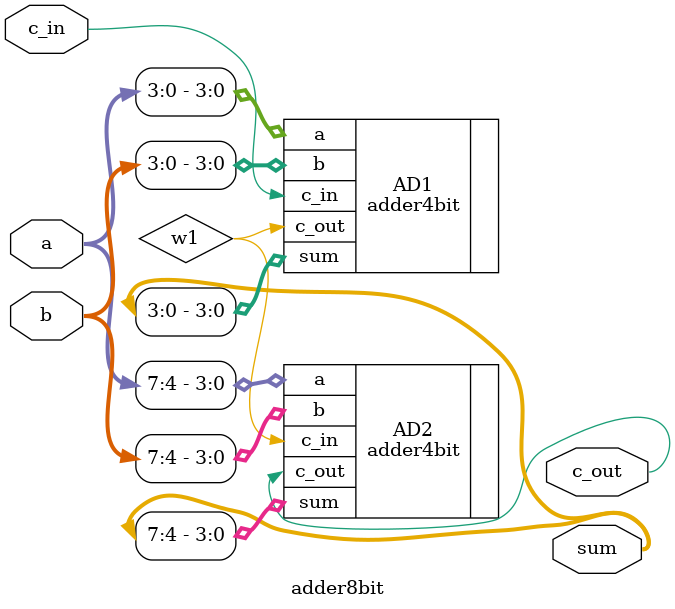
<source format=v>
`timescale 1ns / 1ps
module adder8bit(
	input [7:0] a,b,
	input c_in,
	output [7:0] sum,
	output c_out
    );
	wire w1;
adder4bit AD1 (.a(a[3:0]),.b(b[3:0]),.c_in(c_in),.sum(sum[3:0]),.c_out(w1));
adder4bit AD2 (.a(a[7:4]),.b(b[7:4]),.c_in(w1),.sum(sum[7:4]),.c_out(c_out));
endmodule

</source>
